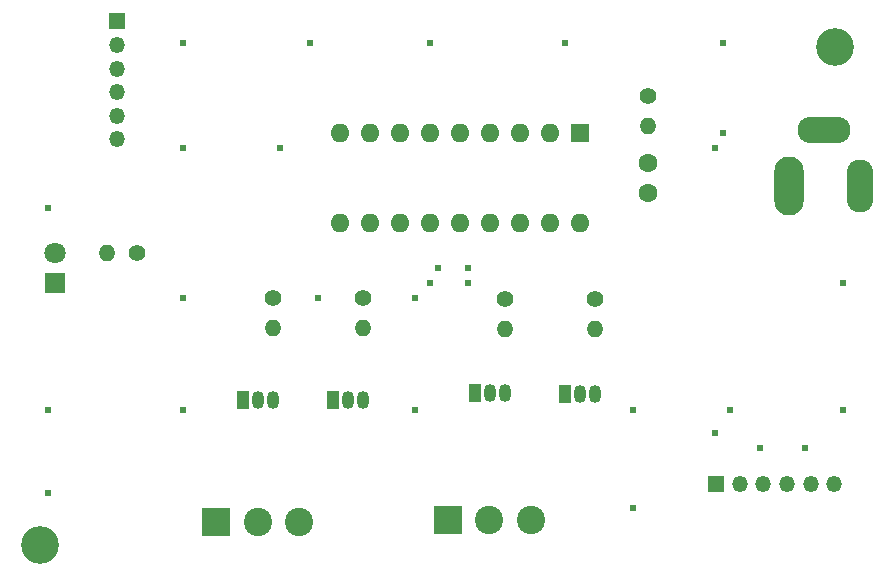
<source format=gts>
G04 #@! TF.GenerationSoftware,KiCad,Pcbnew,(6.0.11-0)*
G04 #@! TF.CreationDate,2023-07-15T22:38:05+09:00*
G04 #@! TF.ProjectId,RadioCtrl-Override,52616469-6f43-4747-926c-2d4f76657272,rev?*
G04 #@! TF.SameCoordinates,PX7bfa480PY7bfa480*
G04 #@! TF.FileFunction,Soldermask,Top*
G04 #@! TF.FilePolarity,Negative*
%FSLAX46Y46*%
G04 Gerber Fmt 4.6, Leading zero omitted, Abs format (unit mm)*
G04 Created by KiCad (PCBNEW (6.0.11-0)) date 2023-07-15 22:38:05*
%MOMM*%
%LPD*%
G01*
G04 APERTURE LIST*
%ADD10C,1.400000*%
%ADD11O,1.400000X1.400000*%
%ADD12R,2.400000X2.400000*%
%ADD13C,2.400000*%
%ADD14R,1.350000X1.350000*%
%ADD15O,1.350000X1.350000*%
%ADD16R,1.600000X1.600000*%
%ADD17O,1.600000X1.600000*%
%ADD18R,1.050000X1.500000*%
%ADD19O,1.050000X1.500000*%
%ADD20C,1.600000*%
%ADD21C,3.200000*%
%ADD22R,1.800000X1.800000*%
%ADD23C,1.800000*%
%ADD24O,2.500000X5.000000*%
%ADD25O,2.250000X4.500000*%
%ADD26O,4.500000X2.250000*%
%ADD27C,0.605000*%
G04 APERTURE END LIST*
D10*
X55245000Y41860000D03*
D11*
X55245000Y39320000D03*
D12*
X18725000Y5815000D03*
D13*
X22225000Y5815000D03*
X25725000Y5815000D03*
D10*
X12015000Y28575000D03*
D11*
X9475000Y28575000D03*
D10*
X43180000Y24660000D03*
D11*
X43180000Y22120000D03*
D14*
X10310000Y48180000D03*
D15*
X10310000Y46180000D03*
X10310000Y44180000D03*
X10310000Y42180000D03*
X10310000Y40180000D03*
X10310000Y38180000D03*
D10*
X31115000Y24715000D03*
D11*
X31115000Y22175000D03*
D10*
X23495000Y24765000D03*
D11*
X23495000Y22225000D03*
D16*
X49520000Y38725000D03*
D17*
X46980000Y38725000D03*
X44440000Y38725000D03*
X41900000Y38725000D03*
X39360000Y38725000D03*
X36820000Y38725000D03*
X34280000Y38725000D03*
X31740000Y38725000D03*
X29200000Y38725000D03*
X29200000Y31105000D03*
X31740000Y31105000D03*
X34280000Y31105000D03*
X36820000Y31105000D03*
X39360000Y31105000D03*
X41900000Y31105000D03*
X44440000Y31105000D03*
X46980000Y31105000D03*
X49520000Y31105000D03*
D14*
X61040000Y9040000D03*
D15*
X63040000Y9040000D03*
X65040000Y9040000D03*
X67040000Y9040000D03*
X69040000Y9040000D03*
X71040000Y9040000D03*
D18*
X28575000Y16150000D03*
D19*
X29845000Y16150000D03*
X31115000Y16150000D03*
D20*
X55245000Y33675000D03*
X55245000Y36175000D03*
D12*
X38343500Y5915500D03*
D13*
X41843500Y5915500D03*
X45343500Y5915500D03*
D21*
X71120000Y46000000D03*
X3810000Y3810000D03*
D22*
X5080000Y26035000D03*
D23*
X5080000Y28575000D03*
D18*
X48260000Y16615000D03*
D19*
X49530000Y16615000D03*
X50800000Y16615000D03*
D18*
X40640000Y16700000D03*
D19*
X41910000Y16700000D03*
X43180000Y16700000D03*
D10*
X50800000Y24670000D03*
D11*
X50800000Y22130000D03*
D24*
X67212500Y34250000D03*
D25*
X73212500Y34250000D03*
D26*
X70212500Y38950000D03*
D18*
X20955000Y16150000D03*
D19*
X22225000Y16150000D03*
X23495000Y16150000D03*
D27*
X4445000Y32385000D03*
X53975000Y15240000D03*
X15875000Y46355000D03*
X71755000Y15240000D03*
X53975000Y6985000D03*
X61595000Y46355000D03*
X35560000Y15240000D03*
X71755000Y26035000D03*
X15875000Y24765000D03*
X4445000Y15240000D03*
X26670000Y46355000D03*
X15875000Y37465000D03*
X48260000Y46355000D03*
X15875000Y15240000D03*
X4445000Y8255000D03*
X36830000Y46355000D03*
X35560000Y24765000D03*
X62230000Y15240000D03*
X61595000Y38735000D03*
X27305000Y24765000D03*
X24130000Y37465000D03*
X60960000Y37465000D03*
X60960000Y13335000D03*
X40005000Y27305000D03*
X37465000Y27305000D03*
X68580000Y12065000D03*
X64770000Y12065000D03*
X40005000Y26035000D03*
X36830000Y26035000D03*
M02*

</source>
